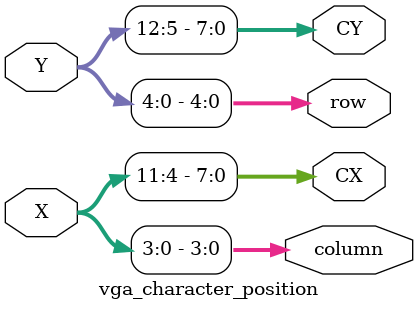
<source format=v>
module vga_character_position (
  input [15:0] X,
  input [15:0] Y,
  output [4:0] row,
  output [3:0] column,
  output [7:0] CX,
  output [7:0] CY
);
  assign column = X[3:0];
  assign CX = X[11:4];
  assign row = Y[4:0];
  assign CY = Y[12:5];
endmodule

</source>
